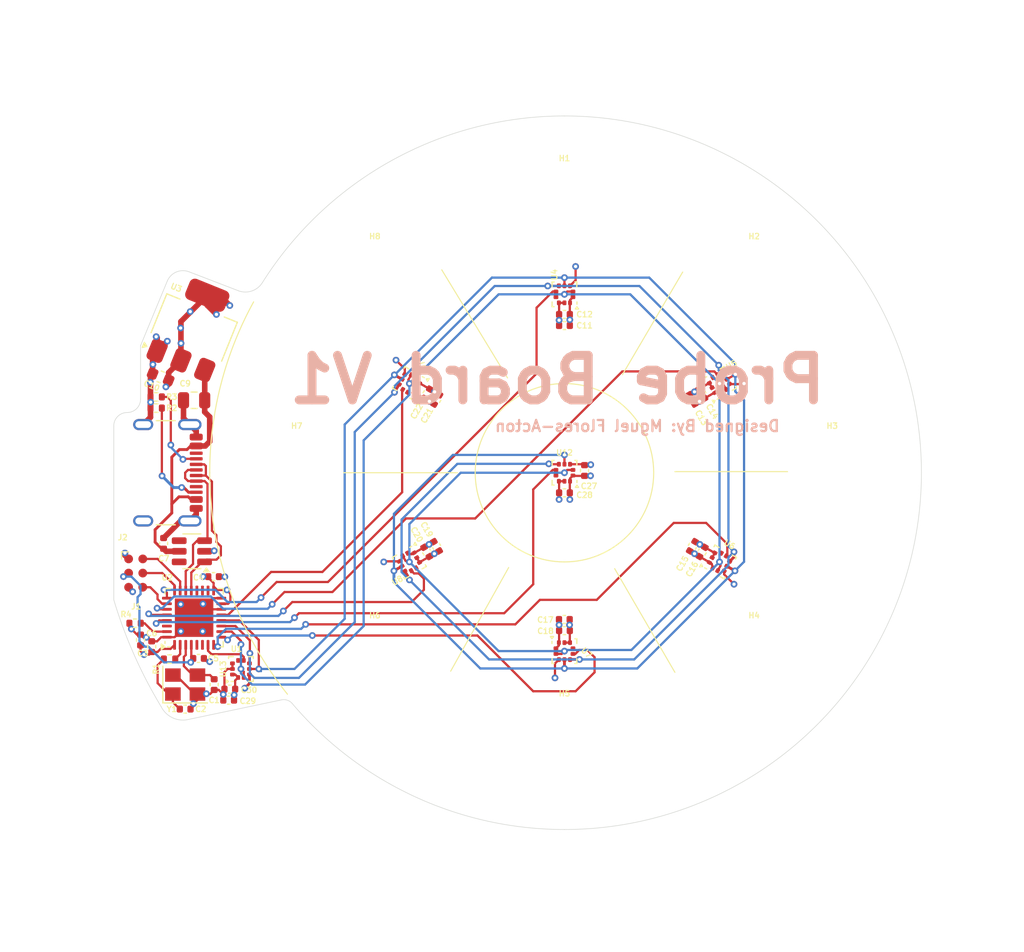
<source format=kicad_pcb>
(kicad_pcb (version 20240108) (generator "pcbnew") (generator_version "8.0")
  (layers (0 "F.Cu" signal) (1 "In1.Cu" signal) (2 "In2.Cu" signal) (31 "B.Cu" signal) (34 "B.Paste" user) (35 "F.Paste" user) (36 "B.SilkS" user "B.Silkscreen") (37 "F.SilkS" user "F.Silkscreen") (38 "B.Mask" user) (39 "F.Mask" user) (44 "Edge.Cuts" user))
  (net 0 "")
  (net 1 "+3V3")
  (net 2 "GND")
  (net 3 "/RST")
  (net 4 "/XTALI")
  (net 5 "/XTALR")
  (net 6 "+5V")
  (net 7 "/SWCLK")
  (net 8 "/SWDIO")
  (net 9 "/SWO")
  (net 10 "Net-(J2-CC2)")
  (net 11 "/USB+")
  (net 12 "Net-(J2-CC1)")
  (net 13 "/USB-")
  (net 17 "/XTALO")
  (net 18 "/CS7")
  (net 19 "/CS8")
  (net 20 "/MISO")
  (net 21 "/SCK")
  (net 22 "/MOSI")
  (net 23 "/CS4")
  (net 24 "/CS2")
  (net 25 "/CS3")
  (net 26 "/CS1")
  (net 27 "/CS5")
  (net 28 "/CS6")
  (net 43 "/BOOT0")
  (footprint "Package_TO_SOT_SMD:SOT-23-6" (layer "F.Cu") (at 126.6 107.046966 180)
    (property "Reference" "U2")
    (property "Value" "SRV05-4")
  )
  (footprint "Capacitor_SMD:C_0402_1005Metric" (layer "F.Cu") (at 148.547472 93.422733 -120)
    (property "Reference" "C21")
    (property "Value" "4u7")
  )
  (footprint "MountingHole:MountingHole_3.2mm_M3" (layer "F.Cu") (at 143 117)
    (property "Reference" "H6")
    (property "Value" "MountingHole")
  )
  (footprint "Resistor_SMD:R_0402_1005Metric" (layer "F.Cu") (at 123.4 93.2 180)
    (property "Reference" "R3")
    (property "Value" "5k1")
  )
  (footprint "Capacitor_SMD:C_0402_1005Metric" (layer "F.Cu") (at 160 101.8 180)
    (property "Reference" "C28")
    (property "Value" "100n")
  )
  (footprint "Capacitor_SMD:C_0402_1005Metric" (layer "F.Cu") (at 126 121.2 180)
    (property "Reference" "C2")
    (property "Value" "10p")
  )
  (footprint "MountingHole:MountingHole_3.2mm_M3" (layer "F.Cu") (at 160 124)
    (property "Reference" "H5")
    (property "Value" "MountingHole")
  )
  (footprint "Capacitor_SMD:C_0402_1005Metric" (layer "F.Cu") (at 147.692167 92.91924 -120)
    (property "Reference" "C22")
    (property "Value" "100n")
  )
  (footprint "Package_DFN_QFN:QFN-32-1EP_5x5mm_P0.5mm_EP3.45x3.45mm" (layer "F.Cu") (at 126.8 113 90)
    (property "Reference" "U1")
    (property "Value" "STM32G431KBUx")
  )
  (footprint "MountingHole:MountingHole_3.2mm_M3" (layer "F.Cu") (at 136 100)
    (property "Reference" "H7")
    (property "Value" "MountingHole")
  )
  (footprint "Package_LGA:ST_HLGA-10_2x2mm_P0.5mm_LayoutBorder3x2y" (layer "F.Cu") (at 173.9 92 120)
    (property "Reference" "U5")
    (property "Value" "LPS22HH")
  )
  (footprint "Capacitor_SMD:C_0402_1005Metric" (layer "F.Cu") (at 129.897459 120.4 180)
    (property "Reference" "C29")
    (property "Value" "4u7")
  )
  (footprint "Capacitor_SMD:C_0402_1005Metric" (layer "F.Cu") (at 130 119.41072 180)
    (property "Reference" "C30")
    (property "Value" "100n")
  )
  (footprint "Resistor_SMD:R_0402_1005Metric" (layer "F.Cu") (at 123.4 94.2 180)
    (property "Reference" "R2")
    (property "Value" "5k1")
  )
  (footprint "Capacitor_SMD:C_0603_1608Metric" (layer "F.Cu") (at 123.8 91.4 158)
    (property "Reference" "C10")
    (property "Value" "22u")
  )
  (footprint "Capacitor_SMD:C_0402_1005Metric" (layer "F.Cu") (at 128.6 119 90)
    (property "Reference" "C1")
    (property "Value" "10p")
  )
  (footprint "Capacitor_SMD:C_0402_1005Metric" (layer "F.Cu") (at 147.658846 107.1 -60)
    (property "Reference" "C20")
    (property "Value" "100n")
  )
  (footprint "Resistor_SMD:R_0402_1005Metric" (layer "F.Cu") (at 121.51 113.5 180)
    (property "Reference" "R4")
    (property "Value" "10k")
  )
  (footprint "Capacitor_SMD:C_0402_1005Metric" (layer "F.Cu") (at 159.98904 113.158903)
    (property "Reference" "C17")
    (property "Value" "4u7")
  )
  (footprint "Capacitor_SMD:C_0402_1005Metric" (layer "F.Cu") (at 171.441806 93.419239 120)
    (property "Reference" "C13")
    (property "Value" "4u7")
  )
  (footprint "Package_LGA:ST_HLGA-10_2x2mm_P0.5mm_LayoutBorder3x2y" (layer "F.Cu") (at 146.1 92 -120)
    (property "Reference" "U9")
    (property "Value" "LPS22HH")
  )
  (footprint "Capacitor_SMD:C_0402_1005Metric" (layer "F.Cu") (at 160 86.8 180)
    (property "Reference" "C11")
    (property "Value" "4u7")
  )
  (footprint "Capacitor_SMD:C_0402_1005Metric" (layer "F.Cu") (at 172.307831 92.919239 120)
    (property "Reference" "C14")
    (property "Value" "100n")
  )
  (footprint "Capacitor_SMD:C_0402_1005Metric" (layer "F.Cu") (at 148.524872 106.6 -60)
    (property "Reference" "C19")
    (property "Value" "4u7")
  )
  (footprint "Package_LGA:ST_HLGA-10_2x2mm_P0.5mm_LayoutBorder3x2y" (layer "F.Cu") (at 160 84 180)
    (property "Reference" "U4")
    (property "Value" "LPS22HH")
  )
  (footprint "MountingHole:MountingHole_3.2mm_M3" (layer "F.Cu") (at 177 117)
    (property "Reference" "H4")
    (property "Value" "MountingHole")
  )
  (footprint "MountingHole:MountingHole_3.2mm_M3" (layer "F.Cu") (at 160 76)
    (property "Reference" "H1")
    (property "Value" "MountingHole")
  )
  (footprint "Connector:Tag-Connect_TC2030-IDC-NL_2x03_P1.27mm_Vertical" (layer "F.Cu") (at 121.565 109 -90)
    (property "Reference" "J1")
    (property "Value" "Conn_ARM_SWD_TagConnect_TC2030-NL")
  )
  (footprint "Resistor_SMD:R_0402_1005Metric" (layer "F.Cu") (at 124.6 116.707371)
    (property "Reference" "R1")
    (property "Value" "510")
  )
  (footprint "Capacitor_SMD:C_0402_1005Metric" (layer "F.Cu") (at 171.475129 106.6 60)
    (property "Reference" "C15")
    (property "Value" "4u7")
  )
  (footprint "Capacitor_SMD:C_0402_1005Metric" (layer "F.Cu") (at 122 115 90)
    (property "Reference" "C3")
    (property "Value" "10u")
  )
  (footprint "Package_LGA:ST_HLGA-10_2x2mm_P0.5mm_LayoutBorder3x2y" (layer "F.Cu") (at 173.9 108 60)
    (property "Reference" "U6")
    (property "Value" "LPS22HH")
  )
  (footprint "Capacitor_SMD:C_0402_1005Metric" (layer "F.Cu") (at 123 115.6 90)
    (property "Reference" "C6")
    (property "Value" "100n")
  )
  (footprint "Package_TO_SOT_SMD:SOT-223-3_TabPin2" (layer "F.Cu") (at 126.8 87 68)
    (property "Reference" "U3")
    (property "Value" "AMS1117-3.3")
  )
  (footprint "Capacitor_SMD:C_0402_1005Metric" (layer "F.Cu") (at 172.341156 107.1 60)
    (property "Reference" "C16")
    (property "Value" "100n")
  )
  (footprint "Capacitor_SMD:C_0402_1005Metric" (layer "F.Cu") (at 160 85.8 180)
    (property "Reference" "C12")
    (property "Value" "100n")
  )
  (footprint "Capacitor_SMD:C_0402_1005Metric" (layer "F.Cu") (at 160 114.161522)
    (property "Reference" "C18")
    (property "Value" "100n")
  )
  (footprint "Crystal:Crystal_SMD_3225-4Pin_3.2x2.5mm" (layer "F.Cu") (at 126 119)
    (property "Reference" "Y1")
    (property "Value" "16MHz")
  )
  (footprint "Capacitor_SMD:C_0402_1005Metric" (layer "F.Cu") (at 127.2 116.655051)
    (property "Reference" "C5")
    (property "Value" "100n")
  )
  (footprint "Capacitor_SMD:C_0402_1005Metric" (layer "F.Cu") (at 161.8 99.8 90)
    (property "Reference" "C27")
    (property "Value" "4u7")
  )
  (footprint "MountingHole:MountingHole_3.2mm_M3" (layer "F.Cu") (at 184 100)
    (property "Reference" "H3")
    (property "Value" "MountingHole")
  )
  (footprint "Capacitor_SMD:C_0402_1005Metric" (layer "F.Cu") (at 124.065231 106.335682 90)
    (property "Reference" "C7")
    (property "Value" "1u")
  )
  (footprint "Package_LGA:ST_HLGA-10_2x2mm_P0.5mm_LayoutBorder3x2y" (layer "F.Cu") (at 146.1 108 -60)
    (property "Reference" "U8")
    (property "Value" "LPS22HH")
  )
  (footprint "Package_LGA:ST_HLGA-10_2x2mm_P0.5mm_LayoutBorder3x2y" (layer "F.Cu") (at 131 117.6 90)
    (property "Reference" "U13")
    (property "Value" "LPS22HH")
  )
  (footprint "MountingHole:MountingHole_3.2mm_M3" (layer "F.Cu") (at 143 83)
    (property "Reference" "H8")
    (property "Value" "MountingHole")
  )
  (footprint "Capacitor_SMD:C_0805_2012Metric" (layer "F.Cu") (at 126.8 93.5 180)
    (property "Reference" "C9")
    (property "Value" "22u")
  )
  (footprint "Capacitor_SMD:C_0402_1005Metric" (layer "F.Cu") (at 128.546576 109.321201)
    (property "Reference" "C4")
    (property "Value" "220n")
  )
  (footprint "Package_LGA:ST_HLGA-10_2x2mm_P0.5mm_LayoutBorder3x2y" (layer "F.Cu") (at 160 100 180)
    (property "Reference" "U12")
    (property "Value" "LPS22HH")
  )
  (footprint "MountingHole:MountingHole_3.2mm_M3" (layer "F.Cu") (at 177 83)
    (property "Reference" "H2")
    (property "Value" "MountingHole")
  )
  (footprint "Package_LGA:ST_HLGA-10_2x2mm_P0.5mm_LayoutBorder3x2y" (layer "F.Cu") (at 160 116)
    (property "Reference" "U7")
    (property "Value" "LPS22HH")
  )
  (footprint "Connector_USB:USB_C_Receptacle_GCT_USB4105-xx-A_16P_TopMnt_Horizontal" (layer "F.Cu") (at 123.31 100 -90)
    (property "Reference" "J2")
    (property "Value" "USB_C_Receptacle_USB2.0_16P")
  )
  (gr_line (start 164.5 108.6) (end 169.9 117.9) (stroke (width 0.1)) (layer "F.SilkS"))
  (gr_line (start 165.2 91.2) (end 170.6 82) (stroke (width 0.1)) (layer "F.SilkS"))
  (gr_arc (start 135.168372 119.865303) (mid 129.992619 110.526021) (end 128.2 100) (stroke (width 0.1)) (layer "F.SilkS"))
  (gr_line (start 169.9 99.9) (end 180 99.9) (stroke (width 0.1)) (layer "F.SilkS"))
  (gr_line (start 154.9 91.5) (end 149 81.8) (stroke (width 0.1)) (layer "F.SilkS"))
  (gr_line (start 150.4 100) (end 140.2 100) (stroke (width 0.1)) (layer "F.SilkS"))
  (gr_line (start 155 108.5) (end 149.8 117.8) (stroke (width 0.1)) (layer "F.SilkS"))
  (gr_circle (center 160 100) (end 160 92) (stroke (width 0.1)) (fill none) (layer "F.SilkS"))
  (gr_arc (start 128.2 100) (mid 129.1998 92.088761) (end 132.136334 84.674984) (stroke (width 0.1)) (layer "F.SilkS"))
  (gr_line (start 130.770467 83.678755) (end 126.334815 81.973826) (stroke (width 0.05)) (layer "Edge.Cuts"))
  (gr_arc (start 123.84303 120.974038) (mid 121.420225 116.320545) (end 119.6 111.4) (stroke (width 0.05)) (layer "Edge.Cuts"))
  (gr_line (start 126.140929 122.159223) (end 134.633786 120.37146) (stroke (width 0.05)) (layer "Edge.Cuts"))
  (gr_arc (start 119.6 95.8) (mid 119.951472 94.951472) (end 120.8 94.6) (stroke (width 0.05)) (layer "Edge.Cuts"))
  (gr_line (start 122 88.6) (end 124.4 82.8) (stroke (width 0.05)) (layer "Edge.Cuts"))
  (gr_arc (start 122 93.4) (mid 121.648528 94.248528) (end 120.8 94.6) (stroke (width 0.05)) (layer "Edge.Cuts"))
  (gr_arc (start 132.913842 82.960633) (mid 144.528409 71.988755) (end 160 68) (stroke (width 0.05)) (layer "Edge.Cuts"))
  (gr_arc (start 134.633786 120.37146) (mid 135.129309 120.395414) (end 135.554896 120.650349) (stroke (width 0.05)) (layer "Edge.Cuts"))
  (gr_arc (start 124.400001 82.8) (mid 125.201856 81.999207) (end 126.334815 81.973826) (stroke (width 0.05)) (layer "Edge.Cuts"))
  (gr_arc (start 160 68) (mid 192 100) (end 160 132) (stroke (width 0.05)) (layer "Edge.Cuts"))
  (gr_arc (start 126.140929 122.159223) (mid 124.797971 121.942785) (end 123.843031 120.974038) (stroke (width 0.05)) (layer "Edge.Cuts"))
  (gr_line (start 119.6 111.4) (end 119.6 95.8) (stroke (width 0.05)) (layer "Edge.Cuts"))
  (gr_arc (start 132.913841 82.960632) (mid 131.969583 83.70003) (end 130.770467 83.678755) (stroke (width 0.05)) (layer "Edge.Cuts"))
  (gr_line (start 122 93.4) (end 122 88.6) (stroke (width 0.05)) (layer "Edge.Cuts"))
  (gr_arc (start 160 132) (mid 146.524303 129.024224) (end 135.554896 120.650349) (stroke (width 0.05)) (layer "Edge.Cuts"))
  (gr_text "Probe Board V1" (at 183.8 94 0) (layer "B.SilkS") (effects (font (size 4 4) (thickness 0.8) (bold yes)) (justify left bottom mirror)))
  (gr_text "Designed By: Mguel Flores-Acton" (at 179.4 96.4 0) (layer "B.SilkS") (effects (font (size 1 1) (thickness 0.2) (bold yes)) (justify left bottom mirror)))
  (segment (start 147.017665 91.975559) (end 147.010346 91.948237) (width 0.2) (layer "F.Cu") (net 1))
  (segment (start 160.48 102.4) (end 160.48 101.8) (width 0.2) (layer "F.Cu") (net 1))
  (segment (start 129.079371 84.079371) (end 130 85) (width 0.5) (layer "F.Cu") (net 1))
  (segment (start 126.45375 85.548199) (end 126.511183 85.548199) (width 0.5) (layer "F.Cu") (net 1))
  (segment (start 130.377458 120.410719) (end 130.377459 119.937101) (width 0.2) (layer "F.Cu") (net 1))
  (segment (start 128.55 110.2) (end 128.55 110.5625) (width 0.2) (layer "F.Cu") (net 1))
  (segment (start 122 115.480001) (end 122 116.001868) (width 0.2) (layer "F.Cu") (net 1))
  (segment (start 172.091972 93.598123) (end 172.108534 93.602558) (width 0.2) (layer "F.Cu") (net 1))
  (segment (start 160.48 101.8) (end 160.48 100.782499) (width 0.2) (layer "F.Cu") (net 1))
  (segment (start 125.590799 87.021316) (end 125.619989 86.992126) (width 0.5) (layer "F.Cu") (net 1))
  (segment (start 124.518568 91.69032) (end 124.518568 91.02205) (width 0.5) (layer "F.Cu") (net 1))
  (segment (start 124.518568 91.02205) (end 125.619989 89.920629) (width 0.5) (layer "F.Cu") (net 1))
  (segment (start 171.658635 107.260204) (end 172.101155 107.515693) (width 0.2) (layer "F.Cu") (net 1))
  (segment (start 125.619989 86.439393) (end 126.45375 85.605632) (width 0.5) (layer "F.Cu") (net 1))
  (segment (start 130.75 118.3625) (end 130.48 118.6325) (width 0.2) (layer "F.Cu") (net 1))
  (segment (start 147.861608 106.428679) (end 147.418846 106.684308) (width 0.2) (layer "F.Cu") (net 1))
  (segment (start 126.45375 85.605632) (end 126.45375 85.548199) (width 0.5) (layer "F.Cu") (net 1))
  (segment (start 148.353705 92.746922) (end 147.932168 92.503548) (width 0.2) (layer "F.Cu") (net 1))
  (segment (start 127.980011 84.079371) (end 129.079371 84.079371) (width 0.5) (layer "F.Cu") (net 1))
  (segment (start 146.293839 107.310737) (end 145.935258 107.214655) (width 0.2) (layer "F.Cu") (net 1))
  (segment (start 127.980011 84.980011) (end 128.8 85.8) (width 0.5) (layer "F.Cu") (net 1))
  (segment (start 159.499999 115.237498) (end 159.500001 115.487499) (width 0.2) (layer "F.Cu") (net 1))
  (segment (start 147.861608 106.428679) (end 148.284872 106.184308) (width 0.2) (layer "F.Cu") (net 1))
  (segment (start 172.112971 93.585999) (end 172.547832 93.334932) (width 0.2) (layer "F.Cu") (net 1))
  (segment (start 127.604178 109.309173) (end 128.054548 109.309173) (width 0.2) (layer "F.Cu") (net 1))
  (segment (start 130.2375 118.099998) (end 130.4875 118.100001) (width 0.2) (layer "F.Cu") (net 1))
  (segment (start 125.619989 87.050506) (end 125.590799 87.021316) (width 0.5) (layer "F.Cu") (net 1))
  (segment (start 130.050349 111.549651) (end 129.85 111.75) (width 0.2) (layer "F.Cu") (net 1))
  (segment (start 148.356775 92.758381) (end 148.787469 93.007042) (width 0.2) (layer "F.Cu") (net 1))
  (segment (start 173.206162 108.176763) (end 173.302244 108.535344) (width 0.2) (layer "F.Cu") (net 1))
  (segment (start 146.537665 107.193058) (end 146.510345 107.185738) (width 0.2) (layer "F.Cu") (net 1))
  (segment (start 128.862377 110.512377) (end 128.55 110.2) (width 0.2) (layer "F.Cu") (net 1))
  (segment (start 159.52 113.647853) (end 159.50904 113.636894) (width 0.2) (layer "F.Cu") (net 1))
  (segment (start 160.48 85.8) (end 160.48 84.7825) (width 0.2) (layer "F.Cu") (net 1))
  (segment (start 160.48 86.280989) (end 160.48 86.8) (width 0.2) (layer "F.Cu") (net 1))
  (segment (start 122.771406 116.308594) (end 123 116.08) (width 0.2) (layer "F.Cu") (net 1))
  (segment (start 127.980011 84.079371) (end 127.980011 84.980011) (width 0.5) (layer "F.Cu") (net 1))
  (segment (start 130.48 118.6325) (end 130.48 119.41072) (width 0.2) (layer "F.Cu") (net 1))
  (segment (start 126.511183 85.548199) (end 127.980011 84.079371) (width 0.5) (layer "F.Cu") (net 1))
  (segment (start 123 116.08) (end 123.52 116.08) (width 0.2) (layer "F.Cu") (net 1))
  (segment (start 129.85 111.75) (end 129.237499 111.75) (width 0.2) (layer "F.Cu") (net 1))
  (segment (start 160.48 100.782499) (end 160.5 100.762499) (width 0.2) (layer "F.Cu") (net 1))
  (segment (start 130.389582 119.924976) (end 130.377459 119.912852) (width 0.2) (layer "F.Cu") (net 1))
  (segment (start 146.510345 107.185738) (end 146.293839 107.310737) (width 0.2) (layer "F.Cu") (net 1))
  (segment (start 162.327752 100.28) (end 162.333862 100.27389) (width 0.2) (layer "F.Cu") (net 1))
  (segment (start 172.982335 108.024442) (end 172.989656 108.051762) (width 0.2) (layer "F.Cu") (net 1))
  (segment (start 127.972776 109.315063) (end 128.55 109.892287) (width 0.2) (layer "F.Cu") (net 1))
  (segment (start 129.749556 110.512377) (end 128.862377 110.512377) (width 0.2) (layer "F.Cu") (net 1))
  (segment (start 171.681806 93.834931) (end 172.091972 93.598123) (width 0.2) (layer "F.Cu") (net 1))
  (segment (start 172.40795 93.415692) (end 173.462336 92.806942) (width 0.2) (layer "F.Cu") (net 1))
  (segment (start 128.55 109.892287) (end 128.55 110.2) (width 0.2) (layer "F.Cu") (net 1))
  (segment (start 124.518568 92.0485) (end 124.270221 92.296847) (width 0.5) (layer "F.Cu") (net 1))
  (segment (start 160.7925 100.28) (end 160.7625 100.25) (width 0.2) (layer "F.Cu") (net 1))
  (segment (start 159.50904 113.636894) (end 159.50904 113.158903) (width 0.2) (layer "F.Cu") (net 1))
  (segment (start 161.8 100.28) (end 160.7925 100.28) (width 0.2) (layer "F.Cu") (net 1))
  (segment (start 130.377459 119.912852) (end 130.377459 119.410719) (width 0.2) (layer "F.Cu") (net 1))
  (segment (start 172.989656 108.051762) (end 173.206162 108.176763) (width 0.2) (layer "F.Cu") (net 1))
  (segment (start 160.48 102.52638) (end 160.48 102.4) (width 0.2) (layer "F.Cu") (net 1))
  (segment (start 147.418846 106.684308) (end 146.537665 107.193058) (width 0.2) (layer "F.Cu") (net 1))
  (segment (start 172.101155 107.515693) (end 172.982335 108.024442) (width 0.2) (layer "F.Cu") (net 1))
  (segment (start 159.500001 115.487499) (end 159.2375 115.75) (width 0.2) (layer "F.Cu") (net 1))
  (segment (start 147.010346 91.948237) (end 146.793838 91.823238) (width 0.2) (layer "F.Cu") (net 1))
  (segment (start 159.52 113.647854) (end 159.52 114.161522) (width 0.2) (layer "F.Cu") (net 1))
  (segment (start 125.619989 89.920629) (end 125.619989 87.050506) (width 0.5) (layer "F.Cu") (net 1))
  (segment (start 130.4875 118.100001) (end 130.75 118.362501) (width 0.2) (layer "F.Cu") (net 1))
  (segment (start 160.5 84.7625) (end 160.5 84.5125) (width 0.2) (layer "F.Cu") (net 1))
  (segment (start 128.054548 109.309173) (end 128.066576 109.321201) (width 0.2) (layer "F.Cu") (net 1))
  (segment (start 172.108534 93.602558) (end 172.112971 93.585999) (width 0.2) (layer "F.Cu") (net 1))
  (segment (start 160.5 84.5125) (end 160.7625 84.25) (width 0.2) (layer "F.Cu") (net 1))
  (segment (start 159.52 114.161522) (end 159.52 115.217498) (width 0.2) (layer "F.Cu") (net 1))
  (segment (start 173.706164 92.689262) (end 174.064745 92.785344) (width 0.2) (layer "F.Cu") (net 1))
  (segment (start 159.52 113.647853) (end 159.52 113.647854) (width 0.2) (layer "F.Cu") (net 1))
  (segment (start 122.306726 116.308594) (end 122.771406 116.308594) (width 0.2) (layer "F.Cu") (net 1))
  (segment (start 125.619989 86.992126) (end 125.619989 86.439393) (width 0.5) (layer "F.Cu") (net 1))
  (segment (start 123.52 116.08) (end 123.8 115.8) (width 0.2) (layer "F.Cu") (net 1))
  (segment (start 130.377459 119.937101) (end 130.389582 119.924976) (width 0.2) (layer "F.Cu") (net 1))
  (segment (start 159.52 115.217498) (end 159.499999 115.237498) (width 0.2) (layer "F.Cu") (net 1))
  (segment (start 173.462336 92.806942) (end 173.489656 92.814262) (width 0.2) (layer "F.Cu") (net 1))
  (segment (start 124.6875 115.8) (end 125.05 115.4375) (width 0.2) (layer "F.Cu") (net 1))
  (segment (start 160.48 84.7825) (end 160.5 84.7625) (width 0.2) (layer "F.Cu") (net 1))
  (segment (start 160.48 86.280989) (end 160.48 85.8) (width 0.2) (layer "F.Cu") (net 1))
  (segment (start 120.93 107.73) (end 120.6 107.4) (width 0.5) (layer "F.Cu") (net 1))
  (segment (start 173.489656 92.814262) (end 173.706164 92.689262) (width 0.2) (layer "F.Cu") (net 1))
  (segment (start 146.793838 91.823238) (end 146.697755 91.464656) (width 0.2) (layer "F.Cu") (net 1))
  (segment (start 122 116.001868) (end 122.306726 116.308594) (width 0.2) (layer "F.Cu") (net 1))
  (segment (start 171.658635 107.260204) (end 171.235129 107.015692) (width 0.2) (layer "F.Cu") (net 1))
  (segment (start 160.5 100.5125) (end 160.7625 100.25) (width 0.2) (layer "F.Cu") (net 1))
  (segment (start 120.6 107.4) (end 120.6 107.2) (width 0.5) (layer "F.Cu") (net 1))
  (segment (start 147.932168 92.503548) (end 147.017665 91.975559) (width 0.2) (layer "F.Cu") (net 1))
  (segment (start 161.8 100.28) (end 162.327752 100.28) (width 0.2) (layer "F.Cu") (net 1))
  (segment (start 160.5 100.762499) (end 160.5 100.5125) (width 0.2) (layer "F.Cu") (net 1))
  (segment (start 148.353705 92.746922) (end 148.356775 92.758381) (width 0.2) (layer "F.Cu") (net 1))
  (segment (start 129.7625 110.5625) (end 129.749556 110.512377) (width 0.2) (layer "F.Cu") (net 1))
  (segment (start 124.518568 91.69032) (end 124.518568 92.0485) (width 0.5) (layer "F.Cu") (net 1))
  (segment (start 129.7625 110.5625) (end 130.050349 110.850349) (width 0.2) (layer "F.Cu") (net 1))
  (segment (start 130.050349 110.850349) (end 130.050349 111.549651) (width 0.2) (layer "F.Cu") (net 1))
  (segment (start 123.8 115.8) (end 124.6875 115.8) (width 0.2) (layer "F.Cu") (net 1))
  (via (at 125.625666 88.389833) (size 0.6) (drill 0.3) (layers "F.Cu" "B.Cu") (net 1))
  (via (at 120.6 107.2) (size 0.6) (drill 0.3) (layers "F.Cu" "B.Cu") (net 1))
  (via (at 159.52 113.647853) (size 0.6) (drill 0.3) (layers "F.Cu" "B.Cu") (net 1))
  (via (at 171.658635 107.260204) (size 0.6) (drill 0.3) (layers "F.Cu" "B.Cu") (net 1))
  (via (at 129.749556 110.512377) (size 0.6) (drill 0.3) (layers "F.Cu" "B.Cu") (net 1))
  (via (at 160.48 86.280989) (size 0.6) (drill 0.3) (layers "F.Cu" "B.Cu") (net 1))
  (via (at 124.270221 92.296847) (size 0.6) (drill 0.3) (layers "F.Cu" "B.Cu") (net 1))
  (via (at 148.353705 92.746922) (size 0.6) (drill 0.3) (layers "F.Cu" "B.Cu") (net 1))
  (via (at 130 85) (size 0.6) (drill 0.3) (layers "F.Cu" "B.Cu") (net 1))
  (via (at 160.48 102.4) (size 0.6) (drill 0.3) (layers "F.Cu" "B.Cu") (net 1))
  (via (at 147.861608 106.428679) (size 0.6) (drill 0.3) (layers "F.Cu" "B.Cu") (net 1))
  (via (at 128.8 85.8) (size 0.6) (drill 0.3) (layers "F.Cu" "B.Cu") (net 1))
  (via (at 130.389582 119.924976) (size 0.6) (drill 0.3) (layers "F.Cu" "B.Cu") (net 1))
  (via (at 126.45375 85.548199) (size 0.6) (drill 0.3) (layers "F.Cu" "B.Cu") (net 1))
  (via (at 127.604178 109.309173) (size 0.6) (drill 0.3) (layers "F.Cu" "B.Cu") (net 1))
  (via (at 172.108534 93.602558) (size 0.6) (drill 0.3) (layers "F.Cu" "B.Cu") (net 1))
  (via (at 162.333862 100.27389) (size 0.6) (drill 0.3) (layers "F.Cu" "B.Cu") (net 1))
  (via (at 122.306726 116.308594) (size 0.6) (drill 0.3) (layers "F.Cu" "B.Cu") (net 1))
  (via (at 125.590799 87.021316) (size 0.6) (drill 0.3) (layers "F.Cu" "B.Cu") (net 1))
  (segment (start 160.48 113.626102) (end 160.48 113) (width 0.2) (layer "F.Cu") (net 2))
  (segment (start 147.017665 108.024442) (end 147.010344 108.051762) (width 0.2) (layer "F.Cu") (net 2))
  (segment (start 173.239656 92.38125) (end 172.989656 91.948236) (width 0.2) (layer "F.Cu") (net 2))
  (segment (start 171.655288 92.739596) (end 171.654612 92.74212) (width 0.2) (layer "F.Cu") (net 2))
  (segment (start 124.065231 105.855682) (end 125.600913 104.32) (width 0.5) (layer "F.Cu") (net 2))
  (segment (start 172.134268 106.426298) (end 172.581155 106.684308) (width 0.2) (layer "F.Cu") (net 2))
  (segment (start 162.312507 99.32) (end 162.35488 99.277627) (width 0.2) (layer "F.Cu") (net 2))
  (segment (start 127.897512 119.824717) (end 127.922795 119.85) (width 0.2) (layer "F.Cu") (net 2))
  (segment (start 121 114) (end 121 113.5) (width 0.2) (layer "F.Cu") (net 2))
  (segment (start 124.3625 114.75) (end 125.05 114.75) (width 0.2) (layer "F.Cu") (net 2))
  (segment (start 129.555131 109.330971) (end 129.545361 109.321201) (width 0.2) (layer "F.Cu") (net 2))
  (segment (start 125.608235 114.191765) (end 126.8 113) (width 0.2) (layer "F.Cu") (net 2))
  (segment (start 127.872229 119.85) (end 127.897512 119.824717) (width 0.2) (layer "F.Cu") (net 2))
  (segment (start 159.5 100.762499) (end 160 100.7625) (width 0.2) (layer "F.Cu") (net 2))
  (segment (start 171.654612 92.74212) (end 171.201806 93.003548) (width 0.2) (layer "F.Cu") (net 2))
  (segment (start 125.05 114.75) (end 126.8 113) (width 0.2) (layer "F.Cu") (net 2))
  (segment (start 172.581155 106.684308) (end 173.462335 107.193058) (width 0.2) (layer "F.Cu") (net 2))
  (segment (start 129.009594 119.48) (end 129.415611 119.886017) (width 0.2) (layer "F.Cu") (net 2))
  (segment (start 159.52 86.318822) (end 159.52 85.8) (width 0.2) (layer "F.Cu") (net 2))
  (segment (start 160.5 83.2375) (end 161 82.7375) (width 0.2) (layer "F.Cu") (net 2))
  (segment (start 123.081432 91.10968) (end 122.890001 91.301111) (width 0.5) (layer "F.Cu") (net 2))
  (segment (start 122.890001 91.301111) (end 122.890001 91.875131) (width 0.5) (layer "F.Cu") (net 2))
  (segment (start 172.134268 106.426298) (end 171.715129 106.184308) (width 0.2) (layer "F.Cu") (net 2))
  (segment (start 174.310345 109.110345) (end 174.310345 108.814262) (width 0.2) (layer "F.Cu") (net 2))
  (segment (start 128.23 119.85) (end 128.6 119.48) (width 0.2) (layer "F.Cu") (net 2))
  (segment (start 148.337239 107.262586) (end 147.898846 107.515692) (width 0.2) (layer "F.Cu") (net 2))
  (segment (start 124.9 118.15) (end 125.156332 118.15) (width 0.2) (layer "F.Cu") (net 2))
  (segment (start 159.52 102.4) (end 159.52 102.477146) (width 0.2) (layer "F.Cu") (net 2))
  (segment (start 121.015894 114.015894) (end 121 114) (width 0.2) (layer "F.Cu") (net 2))
  (segment (start 147.902089 93.594694) (end 148.458076 93.915693) (width 0.2) (layer "F.Cu") (net 2))
  (segment (start 129.417459 119.887865) (end 129.417459 120.4) (width 0.2) (layer "F.Cu") (net 2))
  (segment (start 146.760343 92.381252) (end 146.510344 92.814263) (width 0.2) (layer "F.Cu") (net 2))
  (segment (start 125.578695 114.221305) (end 125.608235 114.221305) (width 0.2) (layer "F.Cu") (net 2))
  (segment (start 147.8924 93.59729) (end 147.889804 93.587601) (width 0.2) (layer "F.Cu") (net 2))
  (segment (start 126.99 103.2) (end 126.99 103.745) (width 0.5) (layer "F.Cu") (net 2))
  (segment (start 123 115.12) (end 123.48 115.12) (width 0.2) (layer "F.Cu") (net 2))
  (segment (start 159.52 85.8) (end 159.52 84.7825) (width 0.2) (layer "F.Cu") (net 2))
  (segment (start 172.067832 92.503548) (end 172.075152 92.476227) (width 0.2) (layer "F.Cu") (net 2))
  (segment (start 127.970469 116.94552) (end 127.68 116.655051) (width 0.2) (layer "F.Cu") (net 2))
  (segment (start 122.906065 93.672134) (end 122.890001 93.688198) (width 0.5) (layer "F.Cu") (net 2))
  (segment (start 121.178383 114.015894) (end 121.682488 114.519999) (width 0.2) (layer "F.Cu") (net 2))
  (segment (start 125.608235 114.221305) (end 125.608235 114.191765) (width 0.2) (layer "F.Cu") (net 2))
  (segment (start 127.7375 107.046966) (end 128.553034 107.046966) (width 0.2) (layer "F.Cu") (net 2))
  (segment (start 127.1 120.38) (end 127.1 119.85) (width 0.2) (layer "F.Cu") (net 2))
  (segment (start 125.156332 118.15) (end 126.856332 119.85) (width 0.2) (layer "F.Cu") (net 2))
  (segment (start 121.682488 114.519999) (end 122 114.519999) (width 0.2) (layer "F.Cu") (net 2))
  (segment (start 172.075152 92.476227) (end 172.989656 91.948238) (width 0.2) (layer "F.Cu") (net 2))
  (segment (start 145.689654 90.689654) (end 145.689654 91.185739) (width 0.2) (layer "F.Cu") (net 2))
  (segment (start 122.565831 114.719999) (end 122.599999 114.719999) (width 0.2) (layer "F.Cu") (net 2))
  (segment (start 123.487466 87.887466) (end 123.4 87.8) (width 0.5) (layer "F.Cu") (net 2))
  (segment (start 123.081432 90.315184) (end 123.106549 90.290067) (width 0.5) (layer "F.Cu") (net 2))
  (segment (start 123.081432 89.465068) (end 123.487466 89.059034) (width 0.5) (layer "F.Cu") (net 2))
  (segment (start 147.898846 107.515692) (end 147.017665 108.024442) (width 0.2) (layer "F.Cu") (net 2))
  (segment (start 160.455771 113.65033) (end 160.48 113.674559) (width 0.2) (layer "F.Cu") (net 2))
  (segment (start 122.890001 93.688198) (end 122.890001 95.024999) (width 0.5) (layer "F.Cu") (net 2))
  (segment (start 129.52 117.88) (end 129.52 119.41072) (width 0.2) (layer "F.Cu") (net 2))
  (segment (start 146.537665 92.806942) (end 146.510344 92.814263) (width 0.2) (layer "F.Cu") (net 2))
  (segment (start 126.99 103.745) (end 126.415 104.32) (width 0.5) (layer "F.Cu") (net 2))
  (segment (start 159.52 84.7825) (end 159.5 84.7625) (width 0.2) (layer "F.Cu") (net 2))
  (segment (start 122.523433 114.762397) (end 122.242398 114.762397) (width 0.2) (layer "F.Cu") (net 2))
  (segment (start 123.081432 90.26495) (end 123.081432 89.465068) (width 0.5) (layer "F.Cu") (net 2))
  (segment (start 161.8 99.32) (end 161.7175 99.2375) (width 0.2) (layer "F.Cu") (net 2))
  (segment (start 129.415611 119.886017) (end 129.417459 119.887865) (width 0.2) (layer "F.Cu") (net 2))
  (segment (start 126.738698 120.711241) (end 126.768759 120.711241) (width 0.2) (layer "F.Cu") (net 2))
  (segment (start 122.890001 93.2) (end 122.890001 94.2) (width 0.5) (layer "F.Cu") (net 2))
  (segment (start 126.99 96.8) (end 126.99 96.255) (width 0.5) (layer "F.Cu") (net 2))
  (segment (start 143.851762 107.948238) (end 145.189657 107.948238) (width 0.2) (layer "F.Cu") (net 2))
  (segment (start 147.889804 93.587601) (end 146.537665 92.806942) (width 0.2) (layer "F.Cu") (net 2))
  (segment (start 159.52 100.782499) (end 159.5 100.762499) (width 0.2) (layer "F.Cu") (net 2))
  (segment (start 130.2375 117.6) (end 129.8 117.6) (width 0.2) (layer "F.Cu") (net 2))
  (segment (start 148.337239 107.262586) (end 148.764872 107.015692) (width 0.2) (layer "F.Cu") (net 2))
  (segment (start 128.199757 116.94552) (end 127.970469 116.94552) (width 0.2) (layer "F.Cu") (net 2))
  (segment (start 160 84.7625) (end 159.5 84.7625) (width 0.2) (layer "F.Cu") (net 2))
  (segment (start 122.890001 95.024999) (end 122.235 95.68) (width 0.5) (layer "F.Cu") (net 2))
  (segment (start 131.347501 119.322839) (end 131.7625 118.90784) (width 0.254) (layer "F.Cu") (net 2))
  (segment (start 126.48 121.2) (end 126.738698 120.941302) (width 0.2) (layer "F.Cu") (net 2))
  (segment (start 123.081432 91.10968) (end 123.081432 90.315184) (width 0.5) (layer "F.Cu") (net 2))
  (segment (start 121.178383 114.015894) (end 121.015894 114.015894) (width 0.2) (layer "F.Cu") (net 2))
  (segment (start 143.8 108) (end 143.851762 107.948238) (width 0.2) (layer "F.Cu") (net 2))
  (segment (start 120.93 110.312449) (end 120.93 110.27) (width 0.5) (layer "F.Cu") (net 2))
  (segment (start 127.922795 119.85) (end 128.23 119.85) (width 0.2) (layer "F.Cu") (net 2))
  (segment (start 176.1 92) (end 176.048237 92.051763) (width 0.2) (layer "F.Cu") (net 2))
  (segment (start 173.462335 107.193058) (end 173.489655 107.185738) (width 0.2) (layer "F.Cu") (net 2))
  (segment (start 159.52 102.4) (end 159.52 101.8) (width 0.2) (layer "F.Cu") (net 2))
  (segment (start 161.7175 99.2375) (end 160.499999 99.2375) (width 0.2) (layer "F.Cu") (net 2))
  (segment (start 128.6 119.48) (end 129.009594 119.48) (width 0.2) (layer "F.Cu") (net 2))
  (segment (start 129.545361 109.321201) (end 129.026576 109.321201) (width 0.2) (layer "F.Cu") (net 2))
  (segment (start 122.890001 93.2) (end 122.890001 93.65607) (width 0.5) (layer "F.Cu") (net 2))
  (segment (start 144.9 89.9) (end 145.689654 90.689654) (width 0.2) (layer "F.Cu") (net 2))
  (segment (start 160.455771 113.65033) (end 160.48 113.626102) (width 0.2) (layer "F.Cu") (net 2))
  (segment (start 122.890001 91.875131) (end 122.879915 91.885217) (width 0.5) (layer "F.Cu") (net 2))
  (segment (start 159.151473 117.111028) (end 159.151472 118.404163) (width 0.2) (layer "F.Cu") (net 2))
  (segment (start 128.553034 107.046966) (end 128.6 107) (width 0.2) (layer "F.Cu") (net 2))
  (segment (start 123.487466 89.059034) (end 123.540966 89.059034) (width 0.5) (layer "F.Cu") (net 2))
  (segment (start 126.738698 120.941302) (end 126.738698 120.711241) (width 0.2) (layer "F.Cu") (net 2))
  (segment (start 129.2375 111.25) (end 128.55 111.25) (width 0.2) (layer "F.Cu") (net 2))
  (segment (start 172.067832 92.503548) (end 171.657812 92.740273) (width 0.2) (layer "F.Cu") (net 2))
  (segment (start 171.657812 92.740273) (end 171.655288 92.739596) (width 0.2) (layer "F.Cu") (net 2))
  (segment (start 122.242398 114.762397) (end 122 114.519999) (width 0.2) (layer "F.Cu") (net 2))
  (segment (start 129.2375 112.25) (end 127.55 112.25) (width 0.2) (layer "F.Cu") (net 2))
  (segment (start 122.879915 91.885217) (end 122.890001 91.895303) (width 0.5) (layer "F.Cu") (net 2))
  (segment (start 175.2 110) (end 174.310345 109.110345) (width 0.2) (layer "F.Cu") (net 2))
  (segment (start 122.523433 114.762397) (end 122.565831 114.719999) (width 0.2) (layer "F.Cu") (net 2))
  (segment (start 125.55 114.25) (end 125.578695 114.221305) (width 0.2) (layer "F.Cu") (net 2))
  (segment (start 147.8924 93.59729) (end 147.902089 93.594694) (width 0.2) (layer "F.Cu") (net 2))
  (segment (start 125.850001 95.115001) (end 126.415 95.68) (width 0.5) (layer "F.Cu") (net 2))
  (segment (start 123.106549 90.290067) (end 123.081432 90.26495) (width 0.5) (layer "F.Cu") (net 2))
  (segment (start 126.768759 120.711241) (end 127.1 120.38) (width 0.2) (layer "F.Cu") (net 2))
  (segment (start 125.850001 93.5) (end 125.850001 95.115001) (width 0.5) (layer "F.Cu") (net 2))
  (segment (start 127.55 112.25) (end 126.8 113) (width 0.2) (layer "F.Cu") (net 2))
  (segment (start 127.1 119.85) (end 127.872229 119.85) (width 0.2) (layer "F.Cu") (net 2))
  (segment (start 160.48 113.674559) (end 160.48 115.2175) (width 0.2) (layer "F.Cu") (net 2))
  (segment (start 125.600913 104.32) (end 126.415 104.32) (width 0.5) (layer "F.Cu") (net 2))
  (segment (start 122.890001 91.895303) (end 122.890001 93.2) (width 0.5) (layer "F.Cu") (net 2))
  (segment (start 121.29053 110.672979) (end 120.93 110.312449) (width 0.5) (layer "F.Cu") (net 2))
  (segment (start 123.48 115.12) (end 123.85 114.75) (width 0.2) (layer "F.Cu") (net 2))
  (segment (start 129.52 119.781628) (end 129.415611 119.886017) (width 0.2) (layer "F.Cu") (net 2))
  (segment (start 161.8 99.32) (end 162.312507 99.32) (width 0.2) (layer "F.Cu") (net 2))
  (segment (start 122.599999 114.719999) (end 123 115.12) (width 0.2) (layer "F.Cu") (net 2))
  (segment (start 123.487466 89.059034) (end 123.487466 87.887466) (width 0.5) (layer "F.Cu") (net 2))
  (segment (start 160 115.237498) (end 160.5 115.237499) (width 0.2) (layer "F.Cu") (net 2))
  (segment (start 176.048237 92.051763) (end 174.810344 92.051763) (width 0.2) (layer "F.Cu") (net 2))
  (segment (start 172.982336 91.975557) (end 172.989656 91.948236) (width 0.2) (layer "F.Cu") (net 2))
  (segment (start 159.500001 116.7625) (end 159.151473 117.111028) (width 0.2) (layer "F.Cu") (net 2))
  (segment (start 122.890001 93.65607) (end 122.906065 93.672134) (width 0.5) (layer "F.Cu") (net 2))
  (segment (start 146.760347 107.618749) (end 147.010344 108.051762) (width 0.2) (layer "F.Cu") (net 2))
  (segment (start 162.35488 99.277627) (end 162.314753 99.2375) (width 0.2) (layer "F.Cu") (net 2))
  (segment (start 123.85 114.75) (end 124.3625 114.75) (width 0.2) (layer "F.Cu") (net 2))
  (segment (start 123.540966 89.059034) (end 124.4 88.2) (width 0.5) (layer "F.Cu") (net 2))
  (segment (start 129.52 119.41072) (end 129.52 119.781628) (width 0.2) (layer "F.Cu") (net 2))
  (segment (start 128.55 111.25) (end 126.8 113) (width 0.2) (layer "F.Cu") (net 2))
  (segment (start 160.48 115.2175) (end 160.5 115.237499) (width 0.2) (layer "F.Cu") (net 2))
  (segment (start 129.8 117.6) (end 129.52 117.88) (width 0.2) (layer "F.Cu") (net 2))
  (segment (start 130.2375 117.6) (end 130.2375 117.100001) (width 0.2) (layer "F.Cu") (net 2))
  (segment (start 173.239656 107.61875) (end 173.489655 107.185738) (width 0.2) (layer "F.Cu") (net 2))
  (segment (start 126.856332 119.85) (end 127.1 119.85) (width 0.2) (layer "F.Cu") (net 2))
  (segment (start 131.7625 118.90784) (end 131.7625 118.099999) (width 0.254) (layer "F.Cu") (net 2))
  (segment (start 159.52 86.318822) (end 159.52 86.8) (width 0.2) (layer "F.Cu") (net 2))
  (segment (start 161 82.7375) (end 161 81.5) (width 0.2) (layer "F.Cu") (net 2))
  (segment (start 126.99 96.255) (end 126.415 95.68) (width 0.5) (layer "F.Cu") (net 2))
  (segment (start 159.52 101.8) (end 159.52 100.782499) (width 0.2) (layer "F.Cu") (net 2))
  (via (at 125.608235 114.221305) (size 0.6) (drill 0.3) (layers "F.Cu" "B.Cu") (net 2))
  (via (at 122.879915 91.885217) (size 0.6) (drill 0.3) (layers "F.Cu" "B.Cu") (net 2))
  (via (at 125.6 111.8) (size 0.6) (drill 0.3) (layers "F.Cu" "B.Cu") (net 2))
  (via (at 147.8924 93.59729) (size 0.6) (drill 0.3) (layers "F.Cu" "B.Cu") (net 2))
  (via (at 172.134268 106.426298) (size 0.6) (drill 0.3) (layers "F.Cu" "B.Cu") (net 2))
  (via (at 122.523433 114.762397) (size 0.6) (drill 0.3) (layers "F.Cu" "B.Cu") (net 2))
  (via (at 131.347501 119.322839) (size 0.6) (drill 0.3) (layers "F.Cu" "B.Cu") (net 2))
  (via (at 144.9 89.9) (size 0.6) (drill 0.3) (layers "F.Cu" "B.Cu") (net 2))
  (via (at 127.6 111.766097) (size 0.6) (drill 0.3) (layers "F.Cu" "B.Cu") (net 2))
  (via (at 128.199757 116.94552) (size 0.6) (drill 0.3) (layers "F.Cu" "B.Cu") (net 2))
  (via (at 123.4 87.8) (size 0.6) (drill 0.3) (layers "F.Cu" "B.Cu") (net 2))
  (via (at 121.178383 114.015894) (size 0.6) (drill 0.3) (layers "F.Cu" "B.Cu") (net 2))
  (via (at 129.415611 119.886017) (size 0.6) (drill 0.3) (layers "F.Cu" "B.Cu") (net 2))
  (via (at 122.906065 93.672134) (size 0.6) (drill 0.3) (layers "F.Cu" "B.Cu") (net 2))
  (via (at 121.29053 110.672979) (size 0.6) (drill 0.3) (layers "F.Cu" "B.Cu") (net 2))
  (via (at 148.337239 107.262586) (size 0.6) (drill 0.3) (layers "F.Cu" "B.Cu") (net 2))
  (via (at 159.151472 118.404163) (size 0.6) (drill 0.3) (layers "F.Cu" "B.Cu") (net 2))
  (via (at 143.8 108) (size 0.6) (drill 0.3) (layers "F.Cu" "B.Cu") (net 2))
  (via (at 128.6 107) (size 0.6) (drill 0.3) (layers "F.Cu" "B.Cu") (net 2))
  (via (at 162.35488 99.277627) (size 0.6) (drill 0.3) (layers "F.Cu" "B.Cu") (net 2))
  (via (at 160.455771 113.65033) (size 0.6) (drill 0.3) (layers "F.Cu" "B.Cu") (net 2))
  (via (at 175.2 110) (size 0.6) (drill 0.3) (layers "F.Cu" "B.Cu") (net 2))
  (via (at 129.555131 109.330971) (size 0.6) (drill 0.3) (layers "F.Cu" "B.Cu") (net 2))
  (via (at 127.570027 114.226158) (size 0.6) (drill 0.3) (layers "F.Cu" "B.Cu") (net 2))
  (via (at 159.52 102.4) (size 0.6) (drill 0.3) (layers "F.Cu" "B.Cu") (net 2))
  (via (at 159.52 86.318822) (size 0.6) (drill 0.3) (layers "F.Cu" "B.Cu") (net 2))
  (via (at 176.1 92) (size 0.6) (drill 0.3) (layers "F.Cu" "B.Cu") (net 2))
  (via (at 171.655288 92.739596) (size 0.6) (drill 0.3) (layers "F.Cu" "B.Cu") (net 2))
  (via (at 161 81.5) (size 0.6) (drill 0.3) (layers "F.Cu" "B.Cu") (net 2))
  (via (at 127.897512 119.824717) (size 0.6) (drill 0.3) (layers "F.Cu" "B.Cu") (net 2))
  (via (at 126.738698 120.711241) (size 0.6) (drill 0.3) (layers "F.Cu" "B.Cu") (net 2))
  (via (at 123.106549 90.290067) (size 0.6) (drill 0.3) (layers "F.Cu" "B.Cu") (net 2))
  (via (at 124.4 88.2) (size 0.6) (drill 0.3) (layers "F.Cu" "B.Cu") (net 2))
  (segment (start 126.495537 117.00605) (end 126.72 116.781587) (width 0.2) (layer "F.Cu") (net 3))
  (segment (start 126.72 116.655051) (end 126.55 116.485051) (width 0.2) (layer "F.Cu") (net 3))
  (segment (start 126.55 116.485051) (end 126.55 115.4375) (width 0.2) (layer "F.Cu") (net 3))
  (segment (start 120.93 109) (end 120.786898 109) (width 0.2) (layer "F.Cu") (net 3))
  (segment (start 126.72 116.781587) (end 126.72 116.655051) (width 0.2) (layer "F.Cu") (net 3))
  (segment (start 120.786898 109) (end 120.471625 109.315273) (width 0.2) (layer "F.Cu") (net 3))
  (via (at 120.471625 109.315273) (size 0.6) (drill 0.3) (layers "F.Cu" "B.Cu") (net 3))
  (via (at 126.495537 117.00605) (size 0.6) (drill 0.3) (layers "F.Cu" "B.Cu") (net 3))
  (segment (start 121.7317 111.156221) (end 122 110.887921) (width 0.2) (layer "B.Cu") (net 3))
  (segment (start 122 110.139451) (end 121.175822 109.315273) (width 0.2) (layer "B.Cu") (net 3))
  (segment (start 124.10605 117.00605) (end 122.7 115.6) (width 0.2) (layer "B.Cu") (net 3))
  (segment (start 126.495537 117.00605) (end 124.10605 117.00605) (width 0.2) (layer "B.Cu") (net 3))
  (segment (start 121.7317 111.891792) (end 121.7317 111.156221) (width 0.2) (layer "B.Cu") (net 3))
  (segment (start 122 110.887921) (end 122 110.139451) (width 0.2) (layer "B.Cu") (net 3))
  (segment (start 121.900599 115.100599) (end 121.900599 112.060691) (width 0.2) (layer "B.Cu") (net 3))
  (segment (start 122.7 115.6) (end 122.4 115.6) (width 0.2) (layer "B.Cu") (net 3))
  (segment (start 122.4 115.6) (end 121.900599 115.100599) (width 0.2) (layer "B.Cu") (net 3))
  (segment (start 121.175822 109.315273) (end 120.471625 109.315273) (width 0.2) (layer "B.Cu") (net 3))
  (segment (start 121.900599 112.060691) (end 121.7317 111.891792) (width 0.2) (layer "B.Cu") (net 3))
  (segment (start 125.11 116.707371) (end 125.55 116.267371) (width 0.2) (layer "F.Cu") (net 4))
  (segment (start 125.55 116.267371) (end 125.55 115.4375) (width 0.2) (layer "F.Cu") (net 4))
  (segment (start 124.9 119.85) (end 124.508108 119.85) (width 0.2) (layer "F.Cu") (net 5))
  (segment (start 123.530956 118.872848) (end 123.530956 117.266415) (width 0.2) (layer "F.Cu") (net 5))
  (segment (start 124.9 120.58) (end 124.9 119.85) (width 0.2) (layer "F.Cu") (net 5))
  (segment (start 124.508108 119.85) (end 123.530956 118.872848) (width 0.2) (layer "F.Cu") (net 5))
  (segment (start 125.52 121.2) (end 124.9 120.58) (width 0.2) (layer "F.Cu") (net 5))
  (segment (start 123.530956 117.266415) (end 124.09 116.707371) (width 0.2) (layer "F.Cu") (net 5))
  (segment (start 126.279215 102.162167) (end 125.437833 102.162167) (width 0.254) (layer "F.Cu") (net 6))
  (segment (start 126.99 102.4) (end 126.517048 102.4) (width 0.254) (layer "F.Cu") (net 6))
  (segment (start 126.169733 97.919628) (end 126.489361 97.6) (width 0.254) (layer "F.Cu") (net 6))
  (segment (start 123.893654 106.815682) (end 124.065231 106.815682) (width 0.254) (layer "F.Cu") (net 6))
  (segment (start 126.517048 102.4) (end 126.279215 102.162167) (width 0.254) (layer "F.Cu") (net 6))
  (segment (start 125.480372 97.919628) (end 126.169733 97.919628) (width 0.254) (layer "F.Cu") (net 6))
  (segment (start 127.749999 94.549999) (end 128.2 95) (width 0.5) (layer "F.Cu") (net 6))
  (segment (start 127.752512 90.782224) (end 127.752512 93.497487) (width 0.5) (layer "F.Cu") (net 6))
  (segment (start 127.749999 93.5) (end 127.749999 94.549999) (width 0.5) (layer "F.Cu") (net 6))
  (segment (start 128.2 95) (end 128.2 97.2) (width 0.5) (layer "F.Cu") (net 6))
  (segment (start 125.437833 102.162167) (end 124.8 102.8) (width 0.254) (layer "F.Cu") (net 6))
  (segment (start 124.8 102.8) (end 124.8 103.612609) (width 0.254) (layer "F.Cu") (net 6))
  (segment (start 124.8 98.6) (end 125.480372 97.919628) (width 0.254) (layer "F.Cu") (net 6))
  (segment (start 126.489361 97.6) (end 126.99 97.6) (width 0.254) (layer "F.Cu") (net 6))
  (segment (start 125.4625 107.046966) (end 124.296515 107.046966) (width 0.5) (layer "F.Cu") (net 6))
  (segment (start 124.8 102.8) (end 124.8 98.6) (width 0.254) (layer "F.Cu") (net 6))
  (segment (start 127.8 97.6) (end 126.99 97.6) (width 0.5) (layer "F.Cu") (net 6))
  (segment (start 123.30461 105.107999) (end 123.30461 106.226638) (width 0.254) (layer "F.Cu") (net 6))
  (segment (start 124.8 103.612609) (end 123.30461 105.107999) (width 0.254) (layer "F.Cu") (net 6))
  (segment (start 127.752512 93.497487) (end 127.749999 93.5) (width 0.5) (layer "F.Cu") (net 6))
  (segment (start 128.2 97.2) (end 127.8 97.6) (width 0.5) (layer "F.Cu") (net 6))
  (segment (start 124.296515 107.046966) (end 124.065231 106.815682) (width 0.5) (layer "F.Cu") (net 6))
  (segment (start 123.30461 106.226638) (end 123.893654 106.815682) (width 0.254) (layer "F.Cu") (net 6))
  (segment (start 122.2 109) (end 123.94375 109) (width 0.2) (layer "F.Cu") (net 7))
  (segment (start 125.05 110.10625) (end 125.05 110.5625) (width 0.2) (layer "F.Cu") (net 7))
  (segment (start 123.94375 109) (end 125.05 110.10625) (width 0.2) (layer "F.Cu") (net 7))
  (segment (start 122.2 107.73) (end 123.53 107.73) (width 0.2) (layer "F.Cu") (net 8))
  (segment (start 125.55 109.75) (end 125.55 110.562501) (width 0.2) (layer "F.Cu") (net 8))
  (segment (start 123.53 107.73) (end 125.55 109.75) (width 0.2) (layer "F.Cu") (net 8))
  (segment (start 122.87 110.27) (end 123.521244 110.921244) (width 0.2) (layer "F.Cu") (net 9))
  (segment (start 123.521244 111.335232) (end 123.936012 111.75) (width 0.2) (layer "F.Cu") (net 9))
  (segment (start 123.936012 111.75) (end 124.3625 111.75) (width 0.2) (layer "F.Cu") (net 9))
  (segment (start 122.2 110.27) (end 122.87 110.27) (width 0.2) (layer "F.Cu") (net 9))
  (segment (start 123.521244 110.921244) (end 123.521244 111.335232) (width 0.2) (layer "F.Cu") (net 9))
  (segment (start 125.878935 101.327604) (end 125.685474 101.327604) (width 0.254) (layer "F.Cu") (net 10))
  (segment (start 123.909999 100.267834) (end 123.927847 100.285682) (width 0.2) (layer "F.Cu") (net 10))
  (segment (start 123.909999 94.2) (end 123.909999 100.267834) (width 0.2) (layer "F.Cu") (net 10))
  (segment (start 126.070621 101.51929) (end 125.878935 101.327604) (width 0.254) (layer "F.Cu") (net 10))
  (segment (start 126.301331 101.75) (end 126.070621 101.51929) (width 0.254) (layer "F.Cu") (net 10))
  (segment (start 126.99 101.75) (end 126.301331 101.75) (width 0.254) (layer "F.Cu") (net 10))
  (via (at 125.685474 101.327604) (size 0.6) (drill 0.3) (layers "F.Cu" "B.Cu") (net 10))
  (via (at 123.927847 100.285682) (size 0.6) (drill 0.3) (layers "F.Cu" "B.Cu") (net 10))
  (segment (start 124.969769 101.327604) (end 123.927847 100.285682) (width 0.254) (layer "B.Cu") (net 10))
  (segment (start 125.685474 101.327604) (end 124.969769 101.327604) (width 0.254) (layer "B.Cu") (net 10))
  (segment (start 126.05 110.5625) (end 126.05 108.831737) (width 0.2) (layer "F.Cu") (net 11))
  (segment (start 126 100) (end 126 100.487435) (width 0.2) (layer "F.Cu") (net 11))
  (segment (start 126.703738 106.46823) (end 127.075001 106.096967) (width 0.2) (layer "F.Cu") (net 11))
  (segment (start 127.7375 106.096967) (end 128 105.834467) (width 0.2) (layer "F.Cu") (net 11))
  (segment (start 128 101) (end 127.75 100.75) (width 0.2) (layer "F.Cu") (net 11))
  (segment (start 126.262565 100.75) (end 126.99 100.75) (width 0.2) (layer "F.Cu") (net 11))
  (segment (start 127.075001 106.096967) (end 127.7375 106.096967) (width 0.2) (layer "F.Cu") (net 11))
  (segment (start 126 100.487435) (end 126.262565 100.75) (width 0.2) (layer "F.Cu") (net 11))
  (segment (start 126.05 108.831737) (end 126.703738 108.177999) (width 0.2) (layer "F.Cu") (net 11))
  (segment (start 126.703738 108.177999) (end 126.703738 106.46823) (width 0.2) (layer "F.Cu") (net 11))
  (segment (start 126.99 99.75) (end 126.25 99.75) (width 0.2) (layer "F.Cu") (net 11))
  (segment (start 127.75 100.75) (end 126.99 100.75) (width 0.2) (layer "F.Cu") (net 11))
  (segment (start 126.25 99.75) (end 126 100) (width 0.2) (layer "F.Cu") (net 11))
  (segment (start 128 105.834467) (end 128 101) (width 0.2) (layer "F.Cu") (net 11))
  (segment (start 126.989999 98.75) (end 125.85 98.75) (width 0.2) (layer "F.Cu") (net 12))
  (segment (start 124.712347 93.512347) (end 124.712347 97.510876) (width 0.2) (layer "F.Cu") (net 12))
  (segment (start 123.909999 93.2) (end 124.4 93.2) (width 0.2) (layer "F.Cu") (net 12))
  (segment (start 125.85 98.75) (end 125.8 98.8) (width 0.2) (layer "F.Cu") (net 12))
  (segment (start 124.4 93.2) (end 124.712347 93.512347) (width 0.2) (layer "F.Cu") (net 12))
  (via (at 124.712347 97.510876) (size 0.6) (drill 0.3) (layers "F.Cu" "B.Cu") (net 12))
  (via (at 125.8 98.8) (size 0.6) (drill 0.3) (layers "F.Cu" "B.Cu") (net 12))
  (segment (start 125.8 98.8) (end 125.8 98.799264) (width 0.2) (layer "B.Cu") (net 12))
  (segment (start 124.712347 97.711611) (end 124.712347 97.510876) (width 0.2) (layer "B.Cu") (net 12))
  (segment (start 125.8 98.799264) (end 124.712347 97.711611) (width 0.2) (layer "B.Cu") (net 12))
  (segment (start 127.855183 99.39715) (end 127.708033 99.25) (width 0.2) (layer "F.Cu") (net 13))
  (segment (start 129.2 107.4) (end 128.802187 107.797813) (width 0.2) (layer "F.Cu") (net 13))
  (segment (start 127.936652 107.797813) (end 127.7375 107.996965) (width 0.2) (layer "F.Cu") (net 13))
  (segment (start 127.508144 107.996965) (end 127.7375 107.996965) (width 0.2) (layer "F.Cu") (net 13))
  (segment (start 129.2 106.6) (end 129.2 107.4) (width 0.2) (layer "F.Cu") (net 13))
  (segment (start 128.4 105.2) (end 128.8 105.6) (width 0.2) (layer "F.Cu") (net 13))
  (segment (start 128.802187 107.797813) (end 127.936652 107.797813) (width 0.2) (layer "F.Cu") (net 13))
  (segment (start 127.85 100.25) (end 127.855183 100.244817) (width 0.2) (layer "F.Cu") (net 13))
  (segment (start 128.8 105.6) (end 128.8 106.2) (width 0.2) (layer "F.Cu") (net 13))
  (segment (start 128.4 100.8) (end 128.4 105.2) (width 0.2) (layer "F.Cu") (net 13))
  (segment (start 126.55 108.955109) (end 127.508144 107.996965) (width 0.2) (layer "F.Cu") (net 13))
  (segment (start 126.55 110.5625) (end 126.55 108.955109) (width 0.2) (layer "F.Cu") (net 13))
  (segment (start 126.99 100.25) (end 127.85 100.25) (width 0.2) (layer "F.Cu") (net 13))
  (segment (start 127.708033 99.25) (end 126.99 99.25) (width 0.2) (layer "F.Cu") (net 13))
  (segment (start 128.8 106.2) (end 129.2 106.6) (width 0.2) (layer "F.Cu") (net 13))
  (segment (start 127.85 100.25) (end 128.4 100.8) (width 0.2) (layer "F.Cu") (net 13))
  (segment (start 127.855183 100.244817) (end 127.855183 99.39715) (width 0.2) (layer "F.Cu") (net 13))
  (segment (start 127.1 118.15) (end 126.690748 118.15) (width 0.2) (layer "F.Cu") (net 17))
  (segment (start 125.884275 117.343527) (end 125.884275 116.515725) (width 0.2) (layer "F.Cu") (net 17))
  (segment (start 125.884275 116.515725) (end 126.05 116.35) (width 0.2) (layer "F.Cu") (net 17))
  (segment (start 128.6 118.52) (end 128.23 118.15) (width 0.2) (layer "F.Cu") (net 17))
  (segment (start 126.05 116.35) (end 126.05 115.4375) (width 0.2) (layer "F.Cu") (net 17))
  (segment (start 128.23 118.15) (end 127.1 118.15) (width 0.2) (layer "F.Cu") (net 17))
  (segment (start 126.690748 118.15) (end 125.884275 117.343527) (width 0.2) (layer "F.Cu") (net 17))
  (segment (start 123.66881 113.25) (end 124.3625 113.25) (width 0.2) (layer "F.Cu") (net 18))
  (segment (start 136.2 112.6) (end 135.8 113) (width 0.2) (layer "F.Cu") (net 18))
  (segment (start 158.95 99.75) (end 157.2 101.5) (width 0.2) (layer "F.Cu") (net 18))
  (segment (start 123.4 113.51881) (end 123.66881 113.25) (width 0.2) (layer "F.Cu") (net 18))
  (segment (start 159.2375 99.75) (end 158.95 99.75) (width 0.2) (layer "F.Cu") (net 18))
  (segment (start 154.6 112.6) (end 136.2 112.6) (width 0.2) (layer "F.Cu") (net 18))
  (segment (start 157.2 101.5) (end 157.2 110) (width 0.2) (layer "F.Cu") (net 18))
  (segment (start 157.2 110) (end 154.6 112.6) (width 0.2) (layer "F.Cu") (net 18))
  (via (at 123.4 113.51881) (size 0.6) (drill 0.3) (layers "F.Cu" "B.Cu") (net 18))
  (via (at 135.8 113) (size 0.6) (drill 0.3) (layers "F.Cu" "B.Cu") (net 18))
  (segment (start 123.51881 113.4) (end 135.4 113.4) (width 0.2) (layer "B.Cu") (net 18))
  (segment (start 123.4 113.51881) (end 123.51881 113.4) (width 0.2) (layer "B.Cu") (net 18))
  (segment (start 135.4 113.4) (end 135.8 113) (width 0.2) (layer "B.Cu") (net 18))
  (segment (start 131.25 116.525114) (end 131.000256 116.27537) (width 0.2) (layer "F.Cu") (net 19))
  (segment (start 128.353488 116.27537) (end 128.05 115.971882) (width 0.2) (layer "F.Cu") (net 19))
  (segment (start 128.05 115.971882) (end 128.05 115.437499) (width 0.2) (layer "F.Cu") (net 19))
  (segment (start 131.000256 116.27537) (end 128.353488 116.27537) (width 0.2) (layer "F.Cu") (net 19))
  (segment (start 131.25 116.8375) (end 131.25 116.525114) (width 0.2) (layer "F.Cu") (net 19))
  (segment (start 175.19641 107.096411) (end 175.19641 107.562172) (width 0.254) (layer "F.Cu") (net 20))
  (segment (start 174.305075 91.184326) (end 173.828925 90.35961) (width 0.2) (layer "F.Cu") (net 20))
  (segment (start 146.120906 109.561209) (end 146.10718 109.612435) (width 0.254) (layer "F.Cu") (net 20))
  (segment (start 158.5125 83.2375) (end 158.5 83.25) (width 0.2) (layer "F.Cu") (net 20))
  (segment (start 129.2375 113.75) (end 130.506784 113.75) (width 0.2) (layer "F.Cu") (net 20))
  (segment (start 175.19641 107.562172) (end 174.810344 107.948238) (width 0.254) (layer "F.Cu") (net 20))
  (segment (start 174.310345 91.185738) (end 174.305075 91.184326) (width 0.2) (layer "F.Cu") (net 20))
  (segment (start 160.516871 116.745629) (end 161.348635 116.745629) (width 0.254) (layer "F.Cu") (net 20))
  (segment (start 131.8 115.043216) (end 131.8 116.2) (width 0.2) (layer "F.Cu") (net 20))
  (segment (start 159.500001 99.237499) (end 158.6375 99.2375) (width 0.2) (layer "F.Cu") (net 20))
  (segment (start 130.506784 113.75) (end 131.8 115.043216) (width 0.2) (layer "F.Cu") (net 20))
  (segment (start 131.7625 117.100001) (end 131.7625 116.2375) (width 0.2) (layer "F.Cu") (net 20))
  (segment (start 158.6375 99.2375) (end 158.6 99.2) (width 0.2) (layer "F.Cu") (net 20))
  (segment (start 160.499999 116.7625) (end 160.516871 116.745629) (width 0.254) (layer "F.Cu") (net 20))
  (segment (start 145.184928 92.05303) (end 144.763107 92.783644) (width 0.254) (layer "F.Cu") (net 20))
  (segment (start 145.189655 92.051762) (end 145.184928 92.05303) (width 0.254) (layer "F.Cu") (net 20))
  (segment (start 145.689656 108.814262) (end 146.120906 109.561209) (width 0.254) (layer "F.Cu") (net 20))
  (segment (start 159.5 83.2375) (end 158.5125 83.2375) (width 0.2) (layer "F.Cu") (net 20))
  (via (at 173.828925 90.35961) (size 0.6) (drill 0.3) (layers "F.Cu" "B.Cu") (net 20))
  (via (at 158.6 99.2) (size 0.6) (drill 0.3) (layers "F.Cu" "B.Cu") (net 20))
  (via (at 144.763107 92.783644) (size 0.6) (drill 0.3) (layers "F.Cu" "B.Cu") (net 20))
  (via (at 158.5 83.25) (size 0.6) (drill 0.3) (layers "F.Cu" "B.Cu") (net 20))
  (via (at 161.348635 116.745629) (size 0.6) (drill 0.3) (layers "F.Cu" "B.Cu") (net 20))
  (via (at 131.8 116.2) (size 0.6) (drill 0.3) (layers "F.Cu" "B.Cu") (net 20))
  (via (at 175.19641 107.096411) (size 0.6) (drill 0.3) (layers "F.Cu" "B.Cu") (net 20))
  (via (at 146.10718 109.612435) (size 0.6) (drill 0.3) (layers "F.Cu" "B.Cu") (net 20))
  (segment (start 150.4 99.2) (end 158.6 99.2) (width 0.2) (layer "B.Cu") (net 20))
  (segment (start 158.5 83.25) (end 153.75 83.25) (width 0.2) (layer "B.Cu") (net 20))
  (segment (start 136.2 118.4) (end 132.2 118.4) (width 0.2) (layer "B.Cu") (net 20))
  (segment (start 166.719315 83.25) (end 173.828925 90.35961) (width 0.2) (layer "B.Cu") (net 20))
  (segment (start 175.19641 107.09641) (end 174.7 106.6) (width 0.2) (layer "B.Cu") (net 20))
  (segment (start 141.2 96.346751) (end 141.2 113.4) (width 0.2) (layer "B.Cu") (net 20))
  (segment (start 144.763107 92.783644) (end 141.2 96.346751) (width 0.2) (layer "B.Cu") (net 20))
  (segment (start 132.2 118.4) (end 131.8 118) (width 0.2) (layer "B.Cu") (net 20))
  (segment (start 166.254371 116.745629) (end 161.348635 116.745629) (width 0.2) (layer "B.Cu") (net 20))
  (segment (start 174.7 107.592821) (end 174.7 108.3) (width 0.2) (layer "B.Cu") (net 20))
  (segment (start 141.2 113.4) (end 136.2 118.4) (width 0.2) (layer "B.Cu") (net 20))
  (segment (start 146.10718 109.612435) (end 153.240374 116.745629) (width 0.2) (layer "B.Cu") (net 20))
  (segment (start 153.240374 116.745629) (end 161.348635 116.745629) (width 0.2) (layer "B.Cu") (net 20))
  (segment (start 173.828925 90.828925) (end 173.828925 90.35961) (width 0.2) (layer "B.Cu") (net 20))
  (segment (start 146.10718 109.612435) (end 145.4 108.905255) (width 0.2) (layer "B.Cu") (net 20))
  (segment (start 174.7 108.3) (end 166.254371 116.745629) (width 0.2) (layer "B.Cu") (net 20))
  (segment (start 145.4 108.905255) (end 145.4 104.2) (width 0.2) (layer "B.Cu") (net 20))
  (segment (start 144.763107 92.236893) (end 144.763107 92.783644) (width 0.2) (layer "B.Cu") (net 20))
  (segment (start 145.4 104.2) (end 150.4 99.2) (width 0.2) (layer "B.Cu") (net 20))
  (segment (start 175.19641 107.096411) (end 175.19641 107.09641) (width 0.2) (layer "B.Cu") (net 20))
  (segment (start 158.5 83.25) (end 166.719315 83.25) (width 0.2) (layer "B.Cu") (net 20))
  (segment (start 175.19641 107.096411) (end 174.7 107.592821) (width 0.2) (layer "B.Cu") (net 20))
  (segment (start 153.75 83.25) (end 144.763107 92.236893) (width 0.2) (layer "B.Cu") (net 20))
  (segment (start 174.7 106.6) (end 174.7 91.7) (width 0.2) (layer "B.Cu") (net 20))
  (segment (start 131.8 118) (end 131.8 116.2) (width 0.2) (layer "B.Cu") (net 20))
  (segment (start 174.7 91.7) (end 173.828925 90.828925) (width 0.2) (layer "B.Cu") (net 20))
  (segment (start 159.75 116.25) (end 160 116) (width 0.2) (layer "F.Cu") (net 21))
  (segment (start 146.008493 91.658495) (end 146.1 92) (width 0.2) (layer "F.Cu") (net 21))
  (segment (start 131 115.4) (end 131 115.0825) (width 0.2) (layer "F.Cu") (net 21))
  (segment (start 145.502244 107.464655) (end 145.758494 107.908493) (width 0.2) (layer "F.Cu") (net 21))
  (segment (start 160.7625 99.75) (end 160.25 99.75) (width 0.2) (layer "F.Cu") (net 21))
  (segment (start 145.758494 107.908493) (end 146.1 108) (width 0.2) (layer "F.Cu") (net 21))
  (segment (start 160.25 83.75) (end 160 84) (width 0.2) (layer "F.Cu") (net 21))
  (segment (start 131 115.0825) (end 130.1675 114.25) (width 0.2) (layer "F.Cu") (net 21))
  (segment (start 173.735257 108.785345) (end 173.991506 108.341506) (width 0.2) (layer "F.Cu") (net 21))
  (segment (start 160.7625 83.75) (end 160.25 83.75) (width 0.2) (layer "F.Cu") (net 21))
  (segment (start 160.25 99.75) (end 160 100) (width 0.2) (layer "F.Cu") (net 21))
  (segment (start 131.25 118.3625) (end 131.25 117.85) (width 0.2) (layer "F.Cu") (net 21))
  (segment (start 173.991506 108.341506) (end 173.9 108) (width 0.2) (layer "F.Cu") (net 21))
  (segment (start 174.241507 92.091506) (end 173.9 92) (width 0.2) (layer "F.Cu") (net 21))
  (segment (start 130.1675 114.25) (end 129.2375 114.25) (width 0.2) (layer "F.Cu") (net 21))
  (segment (start 146.264744 91.214656) (end 146.008493 91.658495) (width 0.2) (layer "F.Cu") (net 21))
  (segment (start 131.25 117.85) (end 131 117.6) (width 0.2) (layer "F.Cu") (net 21))
  (segment (start 174.497757 92.535344) (end 174.241507 92.091506) (width 0.2) (layer "F.Cu") (net 21))
  (segment (start 159.237498 116.249999) (end 159.75 116.25) (width 0.2) (layer "F.Cu") (net 21))
  (via (at 131 115.4) (size 0.6) (drill 0.3) (layers "F.Cu" "B.Cu") (net 21))
  (via (at 173.9 108) (size 0.6) (drill 0.3) (layers "F.Cu" "B.Cu") (net 21))
  (via (at 160 100) (size 0.6) (drill 0.3) (layers "F.Cu" "B.Cu") (net 21))
  (via (at 160 116) (size 0.6) (drill 0.3) (layers "F.Cu" "B.Cu") (net 21))
  (via (at 146.1 108) (size 0.6) (drill 0.3) (layers "F.Cu" "B.Cu") (net 21))
  (via (at 160 84) (size 0.6) (drill 0.3) (layers "F.Cu" "B.Cu") (net 21))
  (via (at 173.9 92) (size 0.6) (drill 0.3) (layers "F.Cu" "B.Cu") (net 21))
  (via (at 131 117.6) (size 0.6) (drill 0.3) (layers "F.Cu" "B.Cu") (net 21))
  (via (at 146.1 92) (size 0.6) (drill 0.3) (layers "F.Cu" "B.Cu") (net 21))
  (segment (start 131 117.6) (end 131 118) (width 0.2) (layer "B.Cu") (net 21))
  (segment (start 150.7 100) (end 160 100) (width 0.2) (layer "B.Cu") (net 21))
  (segment (start 132 119) (end 136.75 119) (width 0.2) (layer "B.Cu") (net 21))
  (segment (start 154.1 116) (end 160 116) (width 0.2) (layer "B.Cu") (net 21))
  (segment (start 136.75 119) (end 142 113.75) (width 0.2) (layer "B.Cu") (net 21))
  (segment (start 160.1 115.9) (end 166 115.9) (width 0.2) (layer "B.Cu") (net 21))
  (segment (start 146.1 104.6) (end 150.7 100) (width 0.2) (layer "B.Cu") (net 21))
  (segment (start 146.1 108) (end 146.1 104.6) (width 0.2) (layer "B.Cu") (net 21))
  (segment (start 165.9 84) (end 160 84) (width 0.2) (layer "B.Cu") (net 21))
  (segment (start 166 115.9) (end 173.9 108) (width 0.2) (layer "B.Cu") (net 21))
  (segment (start 131 115.4) (end 131 117.6) (width 0.2) (layer "B.Cu") (net 21))
  (segment (start 142 113.75) (end 142 97.1) (width 0.2) (layer "B.Cu") (net 21))
  (segment (start 131 118) (end 132 119) (width 0.2) (layer "B.Cu") (net 21))
  (segment (start 173.9 108) (end 173.9 92) (width 0.2) (layer "B.Cu") (net 21))
  (segment (start 160 84) (end 154.1 84) (width 0.2) (layer "B.Cu") (net 21))
  (segment (start 154.1 84) (end 146.1 92) (width 0.2) (layer "B.Cu") (net 21))
  (segment (start 173.9 92) (end 165.9 84) (width 0.2) (layer "B.Cu") (net 21))
  (segment (start 160 116) (end 160.1 115.9) (width 0.2) (layer "B.Cu") (net 21))
  (segment (start 146.1 108) (end 154.1 116) (width 0.2) (layer "B.Cu") (net 21))
  (segment (start 142 97.1) (end 146.1 93) (width 0.2) (layer "B.Cu") (net 21))
  (segment (start 146.1 93) (end 146.1 92) (width 0.2) (layer "B.Cu") (net 21))
  (segment (start 130.85 113.25) (end 132.6 115) (width 0.2) (layer "F.Cu") (net 22))
  (segment (start 131.7625 117.6) (end 132.6 117.6) (width 0.2) (layer "F.Cu") (net 22))
  (segment (start 174.560344 108.38125) (end 175.285641 108.800001) (width 0.254) (layer "F.Cu") (net 22))
  (segment (start 160 99.2375) (end 160 98.4) (width 0.2) (layer "F.Cu") (net 22))
  (segment (start 129.2375 113.25) (end 130.85 113.25) (width 0.2) (layer "F.Cu") (net 22))
  (segment (start 174.560344 91.61875) (end 175.317351 91.181692) (width 0.2) (layer "F.Cu") (net 22))
  (segment (start 145.439656 108.38125) (end 144.71436 108.8) (width 0.254) (layer "F.Cu") (net 22))
  (segment (start 160 116.7625) (end 160 117.555634) (width 0.254) (layer "F.Cu") (net 22))
  (segment (start 145.439655 91.61875) (end 144.752781 91.222183) (width 0.254) (layer "F.Cu") (net 22))
  (segment (start 132.6 115) (end 132.6 117.6) (width 0.2) (layer "F.Cu") (net 22))
  (segment (start 160 83.237499) (end 160 82.5) (width 0.2) (layer "F.Cu") (net 22))
  (segment (start 175.317351 91.181692) (end 175.317351 91.181693) (width 0.2) (layer "F.Cu") (net 22))
  (via (at 160 117.555634) (size 0.6) (drill 0.3) (layers "F.Cu" "B.Cu") (net 22))
  (via (at 175.285641 108.800001) (size 0.6) (drill 0.3) (layers "F.Cu" "B.Cu") (net 22))
  (via (at 144.71436 108.8) (size 0.6) (drill 0.3) (layers "F.Cu" "B.Cu") (net 22))
  (via (at 160 98.4) (size 0.6) (drill 0.3) (layers "F.Cu" "B.Cu") (net 22))
  (via (at 175.317351 91.181693) (size 0.6) (drill 0.3) (layers "F.Cu" "B.Cu") (net 22))
  (via (at 144.752781 91.222183) (size 0.6) (drill 0.3) (layers "F.Cu" "B.Cu") (net 22))
  (via (at 132.6 117.6) (size 0.6) (drill 0.3) (layers "F.Cu" "B.Cu") (net 22))
  (via (at 160 82.5) (size 0.6) (drill 0.3) (layers "F.Cu" "B.Cu") (net 22))
  (segment (start 152.455634 117.555634) (end 160 117.555634) (width 0.2) (layer "B.Cu") (net 22))
  (segment (start 167.6 82.5) (end 160 82.5) (width 0.2) (layer "B.Cu") (net 22))
  (segment (start 132.6 117.6) (end 132.8 117.8) (width 0.2) (layer "B.Cu") (net 22))
  (segment (start 175.317351 92.717351) (end 175.317351 91.181693) (width 0.2) (layer "B.Cu") (net 22))
  (segment (start 144.71436 108.8) (end 144.71436 109.81436) (width 0.254) (layer "B.Cu") (net 22))
  (segment (start 150 98.4) (end 160 98.4) (width 0.2) (layer "B.Cu") (net 22))
  (segment (start 144.71436 109.81436) (end 152.455634 117.555634) (width 0.2) (layer "B.Cu") (net 22))
  (segment (start 135.8 117.6) (end 140.3 113.1) (width 0.2) (layer "B.Cu") (net 22))
  (segment (start 140.3 95.674964) (end 144.752781 91.222183) (width 0.2) (layer "B.Cu") (net 22))
  (segment (start 144.71436 103.68564) (end 150 98.4) (width 0.2) (layer "B.Cu") (net 22))
  (segment (start 140.3 113.1) (end 140.3 95.674964) (width 0.2) (layer "B.Cu") (net 22))
  (segment (start 144.71436 108.8) (end 144.71436 103.68564) (width 0.2) (layer "B.Cu") (net 22))
  (segment (start 144.752781 91.222183) (end 144.777817 91.222183) (width 0.2) (layer "B.Cu") (net 22))
  (segment (start 153.5 82.5) (end 160 82.5) (width 0.2) (layer "B.Cu") (net 22))
  (segment (start 175.317351 91.181693) (end 175.317351 90.217351) (width 0.2) (layer "B.Cu") (net 22))
  (segment (start 176.1 107.985642) (end 176.1 93.5) (width 0.2) (layer "B.Cu") (net 22))
  (segment (start 175.317351 90.217351) (end 167.6 82.5) (width 0.2) (layer "B.Cu") (net 22))
  (segment (start 175.285641 108.800001) (end 176.1 107.985642) (width 0.2) (layer "B.Cu") (net 22))
  (segment (start 166.530008 117.555634) (end 175.285641 108.800001) (width 0.2) (layer "B.Cu") (net 22))
  (segment (start 132.6 117.6) (end 135.8 117.6) (width 0.2) (layer "B.Cu") (net 22))
  (segment (start 144.777817 91.222183) (end 153.5 82.5) (width 0.2) (layer "B.Cu") (net 22))
  (segment (start 160 117.555634) (end 166.530008 117.555634) (width 0.2) (layer "B.Cu") (net 22))
  (segment (start 176.1 93.5) (end 175.317351 92.717351) (width 0.2) (layer "B.Cu") (net 22))
  (segment (start 157.2 119.6) (end 152.2 114.6) (width 0.2) (layer "F.Cu") (net 23))
  (segment (start 161.324999 115.9) (end 162.05 115.9) (width 0.2) (layer "F.Cu") (net 23))
  (segment (start 129.55 114.75) (end 129.8 115) (width 0.2) (layer "F.Cu") (net 23))
  (segment (start 162.7 116.55) (end 162.7 117.9) (width 0.2) (layer "F.Cu") (net 23))
  (segment (start 162.05 115.9) (end 162.7 116.55) (width 0.2) (layer "F.Cu") (net 23))
  (segment (start 161 119.6) (end 157.2 119.6) (width 0.2) (layer "F.Cu") (net 23))
  (segment (start 162.7 117.9) (end 161 119.6) (width 0.2) (layer "F.Cu") (net 23))
  (segment (start 160.7625 116.25) (end 160.974999 116.25) (width 0.2) (layer "F.Cu") (net 23))
  (segment (start 129.2375 114.75) (end 129.55 114.75) (width 0.2) (layer "F.Cu") (net 23))
  (segment (start 152.2 114.6) (end 137.4 114.6) (width 0.2) (layer "F.Cu") (net 23))
  (segment (start 160.974999 116.25) (end 161.324999 115.9) (width 0.2) (layer "F.Cu") (net 23))
  (via (at 129.8 115) (size 0.6) (drill 0.3) (layers "F.Cu" "B.Cu") (net 23))
  (via (at 137.4 114.6) (size 0.6) (drill 0.3) (layers "F.Cu" "B.Cu") (net 23))
  (segment (start 130.2 114.6) (end 131.8 114.6) (width 0.2) (layer "B.Cu") (net 23))
  (segment (start 129.8 115) (end 130.2 114.6) (width 0.2) (layer "B.Cu") (net 23))
  (segment (start 131.8 114.6) (end 137.4 114.6) (width 0.2) (layer "B.Cu") (net 23))
  (segment (start 173.433104 90.912504) (end 165.187496 90.912504) (width 0.2) (layer "F.Cu") (net 24))
  (segment (start 165.187496 90.912504) (end 152 104.1) (width 0.2) (layer "F.Cu") (net 24))
  (segment (start 139.2 110.7) (end 134.9 110.7) (width 0.2) (layer "F.Cu") (net 24))
  (segment (start 173.735256 91.214656) (end 173.433104 90.912504) (width 0.2) (layer "F.Cu") (net 24))
  (segment (start 124.3625 112.25) (end 123.585071 112.25) (width 0.2) (layer "F.Cu") (net 24))
  (segment (start 145.8 104.1) (end 139.2 110.7) (width 0.2) (layer "F.Cu") (net 24))
  (segment (start 123.585071 112.25) (end 123.483781 112.14871) (width 0.2) (layer "F.Cu") (net 24))
  (segment (start 134.9 110.7) (end 133.8 111.8) (width 0.2) (layer "F.Cu") (net 24))
  (segment (start 152 104.1) (end 145.8 104.1) (width 0.2) (layer "F.Cu") (net 24))
  (via (at 133.8 111.8) (size 0.6) (drill 0.3) (layers "F.Cu" "B.Cu") (net 24))
  (via (at 123.483781 112.14871) (size 0.6) (drill 0.3) (layers "F.Cu" "B.Cu") (net 24))
  (segment (start 133.4 112.2) (end 129.4 112.2) (width 0.2) (layer "B.Cu") (net 24))
  (segment (start 133.8 111.8) (end 133.4 112.2) (width 0.2) (layer "B.Cu") (net 24))
  (segment (start 129.4 112.2) (end 128.3 111.1) (width 0.2) (layer "B.Cu") (net 24))
  (segment (start 128.3 111.1) (end 125 111.1) (width 0.2) (layer "B.Cu") (net 24))
  (segment (start 125 111.1) (end 123.95129 112.14871) (width 0.2) (layer "B.Cu") (net 24))
  (segment (start 123.95129 112.14871) (end 123.483781 112.14871) (width 0.2) (layer "B.Cu") (net 24))
  (segment (start 162.9 111.4) (end 157.8 111.4) (width 0.2) (layer "F.Cu") (net 25))
  (segment (start 174.6 106.4) (end 172.7 104.5) (width 0.2) (layer "F.Cu") (net 25))
  (segment (start 128.55 115.4375) (end 128.762642 115.4375) (width 0.2) (layer "F.Cu") (net 25))
  (segment (start 169.8 104.5) (end 162.9 111.4) (width 0.2) (layer "F.Cu") (net 25))
  (segment (start 174.6 107.362412) (end 174.6 106.4) (width 0.2) (layer "F.Cu") (net 25))
  (segment (start 155.6 113.6) (end 136.8 113.6) (width 0.2) (layer "F.Cu") (net 25))
  (segment (start 128.762642 115.4375) (end 128.918256 115.593114) (width 0.2) (layer "F.Cu") (net 25))
  (segment (start 174.497756 107.464656) (end 174.6 107.362412) (width 0.2) (layer "F.Cu") (net 25))
  (segment (start 172.7 104.5) (end 169.8 104.5) (width 0.2) (layer "F.Cu") (net 25))
  (segment (start 157.8 111.4) (end 155.6 113.6) (width 0.2) (layer "F.Cu") (net 25))
  (via (at 128.918256 115.593114) (size 0.6) (drill 0.3) (layers "F.Cu" "B.Cu") (net 25))
  (via (at 136.8 113.6) (size 0.6) (drill 0.3) (layers "F.Cu" "B.Cu") (net 25))
  (segment (start 128.918256 114.747604) (end 128.918256 115.593114) (width 0.2) (layer "B.Cu") (net 25))
  (segment (start 136.8 113.6) (end 136.4 114) (width 0.2) (layer "B.Cu") (net 25))
  (segment (start 136.4 114) (end 129.66586 114) (width 0.2) (layer "B.Cu") (net 25))
  (segment (start 129.66586 114) (end 128.918256 114.747604) (width 0.2) (layer "B.Cu") (net 25))
  (segment (start 157.5 85.2) (end 158.95 83.75) (width 0.2) (layer "F.Cu") (net 26))
  (segment (start 124.3625 110.7625) (end 124.1 110.5) (width 0.2) (layer "F.Cu") (net 26))
  (segment (start 158.95 83.75) (end 159.2375 83.75) (width 0.2) (layer "F.Cu") (net 26))
  (segment (start 132.8 111.2) (end 134.2 109.8) (width 0.2) (layer "F.Cu") (net 26))
  (segment (start 134.2 109.8) (end 138.8 109.8) (width 0.2) (layer "F.Cu") (net 26))
  (segment (start 157.5 91.1) (end 157.5 85.2) (width 0.2) (layer "F.Cu") (net 26))
  (segment (start 138.8 109.8) (end 157.5 91.1) (width 0.2) (layer "F.Cu") (net 26))
  (segment (start 124.3625 111.25) (end 124.3625 110.7625) (width 0.2) (layer "F.Cu") (net 26))
  (via (at 132.8 111.2) (size 0.6) (drill 0.3) (layers "F.Cu" "B.Cu") (net 26))
  (via (at 124.1 110.5) (size 0.6) (drill 0.3) (layers "F.Cu" "B.Cu") (net 26))
  (segment (start 128.7 110.5) (end 129.8 111.6) (width 0.2) (layer "B.Cu") (net 26))
  (segment (start 124.1 110.5) (end 128.7 110.5) (width 0.2) (layer "B.Cu") (net 26))
  (segment (start 132.4 111.6) (end 132.8 111.2) (width 0.2) (layer "B.Cu") (net 26))
  (segment (start 129.8 111.6) (end 132.4 111.6) (width 0.2) (layer "B.Cu") (net 26))
  (segment (start 146.511131 109.031731) (end 146.931731 109.031731) (width 0.2) (layer "F.Cu") (net 27))
  (segment (start 146.264744 108.785344) (end 146.511131 109.031731) (width 0.2) (layer "F.Cu") (net 27))
  (segment (start 146.3 111.6) (end 135.6 111.6) (width 0.2) (layer "F.Cu") (net 27))
  (segment (start 147.4 110.5) (end 146.3 111.6) (width 0.2) (layer "F.Cu") (net 27))
  (segment (start 146.931731 109.031731) (end 147.4 109.5) (width 0.2) (layer "F.Cu") (net 27))
  (segment (start 122.821819 112.75) (end 124.3625 112.75) (width 0.2) (layer "F.Cu") (net 27))
  (segment (start 122.728035 112.656216) (end 122.821819 112.75) (width 0.2) (layer "F.Cu") (net 27))
  (segment (start 147.4 109.5) (end 147.4 110.5) (width 0.2) (layer "F.Cu") (net 27))
  (segment (start 135.6 111.6) (end 134.8 112.4) (width 0.2) (layer "F.Cu") (net 27))
  (via (at 122.728035 112.656216) (size 0.6) (drill 0.3) (layers "F.Cu" "B.Cu") (net 27))
  (via (at 134.8 112.4) (size 0.6) (drill 0.3) (layers "F.Cu" "B.Cu") (net 27))
  (segment (start 134.361036 112.838964) (end 134.8 112.4) (width 0.2) (layer "B.Cu") (net 27))
  (segment (start 122.910783 112.838964) (end 134.361036 112.838964) (width 0.2) (layer "B.Cu") (net 27))
  (segment (start 122.728035 112.656216) (end 122.910783 112.838964) (width 0.2) (layer "B.Cu") (net 27))
  (segment (start 129.2375 112.75) (end 129.85 112.75) (width 0.2) (layer "F.Cu") (net 28))
  (segment (start 129.85 112.75) (end 133.7 108.9) (width 0.2) (layer "F.Cu") (net 28))
  (segment (start 133.7 108.9) (end 138.3 108.9) (width 0.2) (layer "F.Cu") (net 28))
  (segment (start 145.449137 92.588451) (end 145.502244 92.535344) (width 0.2) (layer "F.Cu") (net 28))
  (segment (start 145.449137 101.750863) (end 145.449137 92.588451) (width 0.2) (layer "F.Cu") (net 28))
  (segment (start 138.3 108.9) (end 145.449137 101.750863) (width 0.2) (layer "F.Cu") (net 28))
  (segment (start 122.02 113.5) (end 122.361237 113.5) (width 0.2) (layer "F.Cu") (net 43))
  (segment (start 122.361237 113.5) (end 123.111237 114.25) (width 0.2) (layer "F.Cu") (net 43))
  (segment (start 123.111237 114.25) (end 124.3625 114.25) (width 0.2) (layer "F.Cu") (net 43))
)
</source>
